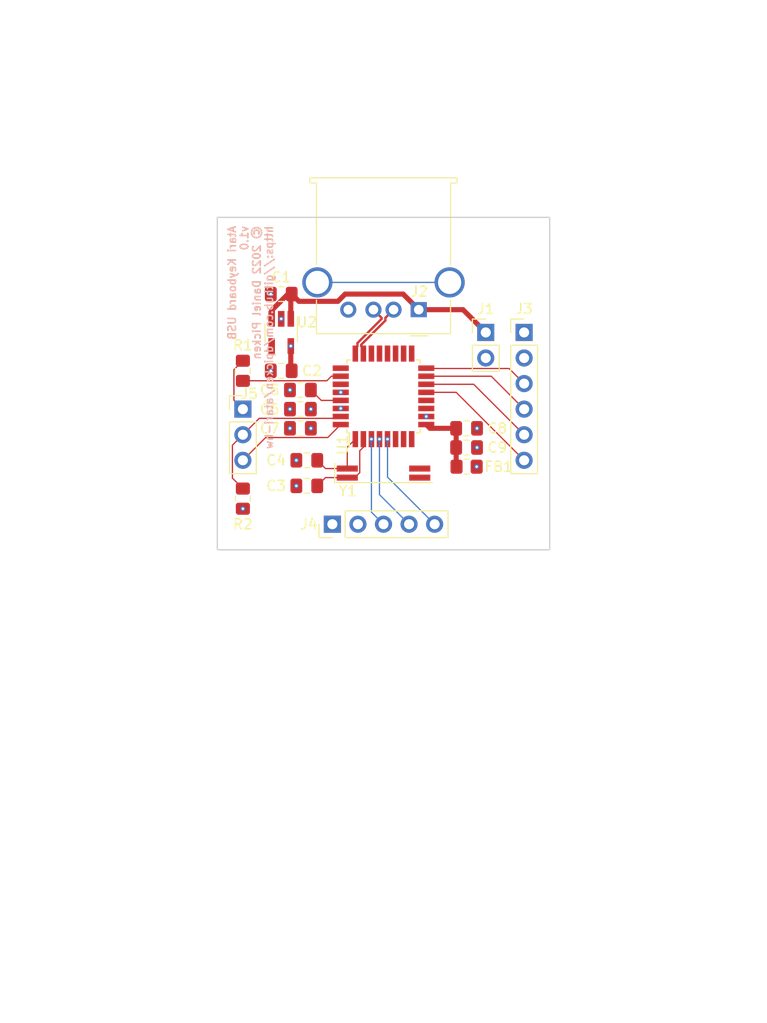
<source format=kicad_pcb>
(kicad_pcb (version 20211014) (generator pcbnew)
  (title_block (title "Atari Keyboard USB") (date "2022-09-15") (rev "1.0"))
  (layers (0 "F.Cu" signal) (1 "In1.Cu" power) (2 "In2.Cu" power) (31 "B.Cu" signal) (34 "B.Paste" user) (35 "F.Paste" user) (36 "B.SilkS" user "B.Silkscreen") (37 "F.SilkS" user "F.Silkscreen") (38 "B.Mask" user) (39 "F.Mask" user) (44 "Edge.Cuts" user))
  (net 0 "")
  (net 1 "+5V")
  (net 2 "GND")
  (net 3 "+3V3")
  (net 4 "unconnected-(J2-Pad5)")
  (net 5 "USB_D-")
  (net 6 "USB_D+")
  (net 7 "{slash}K0_3V3")
  (net 8 "{slash}K5_3V3")
  (net 9 "{slash}KR1_3V3")
  (net 10 "{slash}KR2_3V3")
  (net 11 "{slash}SW_START_3V3")
  (net 12 "{slash}SW_SELECT_3V3")
  (net 13 "{slash}SW_OPTION_3V3")
  (net 29 "XIN32")
  (net 30 "XOUT32")
  (net 31 "Net-(C5-Pad1)")
  (net 32 "SWCLK")
  (net 33 "SWDIO")
  (net 34 "Net-(J5-Pad1)")
  (net 35 "{slash}RESET")
  (net 36 "Net-(C8-Pad1)")
  (footprint "Capacitor_SMD:C_0805_2012Metric_Pad1.18x1.45mm_HandSolder" (layer "F.Cu") (at 131.445 66.04 180)
    (fp_text reference "C6" (at 3.048 0) (layer "F.SilkS"))
    (fp_text value "100nF")
    (fp_line (start -0.261252 0.735) (end 0.261252 0.735) (layer "F.SilkS") (width 0.12))
    (fp_line (start -0.261252 -0.735) (end 0.261252 -0.735) (layer "F.SilkS") (width 0.12))
    (pad "1" smd roundrect locked (at -1.0375 0 180) (size 1.175 1.45) (layers "F.Cu" "F.Paste" "F.Mask") (roundrect_rratio 0.2127659574) (net 3 "+3V3"))
    (pad "2" smd roundrect locked (at 1.0375 0 180) (size 1.175 1.45) (layers "F.Cu" "F.Paste" "F.Mask") (roundrect_rratio 0.2127659574) (net 2 "GND"))
  )
  (footprint "Capacitor_SMD:C_0805_2012Metric_Pad1.18x1.45mm_HandSolder" (layer "F.Cu") (at 131.445 64.135 180)
    (fp_text reference "C5" (at 3.048 0) (layer "F.SilkS"))
    (fp_text value "1uF")
    (fp_line (start -0.261252 0.735) (end 0.261252 0.735) (layer "F.SilkS") (width 0.12))
    (fp_line (start -0.261252 -0.735) (end 0.261252 -0.735) (layer "F.SilkS") (width 0.12))
    (pad "1" smd roundrect locked (at -1.0375 0 180) (size 1.175 1.45) (layers "F.Cu" "F.Paste" "F.Mask") (roundrect_rratio 0.2127659574) (net 31 "Net-(C5-Pad1)"))
    (pad "2" smd roundrect locked (at 1.0375 0 180) (size 1.175 1.45) (layers "F.Cu" "F.Paste" "F.Mask") (roundrect_rratio 0.2127659574) (net 2 "GND"))
  )
  (footprint "Resistor_SMD:R_0805_2012Metric_Pad1.20x1.40mm_HandSolder" (layer "F.Cu") (at 125.73 74.93 -90)
    (fp_text reference "R2" (at 2.54 0 180) (layer "F.SilkS"))
    (fp_text value "1K")
    (fp_line (start -0.227064 -0.735) (end 0.227064 -0.735) (layer "F.SilkS") (width 0.12))
    (fp_line (start -0.227064 0.735) (end 0.227064 0.735) (layer "F.SilkS") (width 0.12))
    (pad "1" smd roundrect locked (at -1 0 270) (size 1.2 1.4) (layers "F.Cu" "F.Paste" "F.Mask") (roundrect_rratio 0.2083333333) (net 32 "SWCLK"))
    (pad "2" smd roundrect locked (at 1 0 270) (size 1.2 1.4) (layers "F.Cu" "F.Paste" "F.Mask") (roundrect_rratio 0.2083333333) (net 3 "+3V3"))
  )
  (footprint "Connector_PinHeader_2.54mm:PinHeader_1x02_P2.54mm_Vertical" (layer "F.Cu") (at 149.86 58.42)
    (fp_text reference "J1" (at 0 -2.33) (layer "F.SilkS"))
    (fp_text value "POWER_IN_5V")
    (fp_line (start -1.33 3.87) (end 1.33 3.87) (layer "F.SilkS") (width 0.12))
    (fp_line (start -1.33 -1.33) (end 0 -1.33) (layer "F.SilkS") (width 0.12))
    (fp_line (start 1.33 1.27) (end 1.33 3.87) (layer "F.SilkS") (width 0.12))
    (fp_line (start -1.33 1.27) (end -1.33 3.87) (layer "F.SilkS") (width 0.12))
    (fp_line (start -1.33 0) (end -1.33 -1.33) (layer "F.SilkS") (width 0.12))
    (fp_line (start -1.33 1.27) (end 1.33 1.27) (layer "F.SilkS") (width 0.12))
    (pad "1" thru_hole rect locked (at 0 0) (size 1.7 1.7) (drill 1) (layers *.Cu *.Mask) (net 1 "+5V"))
    (pad "2" thru_hole oval locked (at 0 2.54) (size 1.7 1.7) (drill 1) (layers *.Cu *.Mask) (net 2 "GND"))
  )
  (footprint "Connector_PinHeader_2.54mm:PinHeader_1x05_P2.54mm_Vertical" (layer "F.Cu") (at 134.62 77.47 90)
    (fp_text reference "J4" (at 0 -2.33 180) (layer "F.SilkS"))
    (fp_text value "GTIA_INTERPOSER")
    (fp_line (start 1.33 1.27) (end 1.33 11.49) (layer "F.SilkS") (width 0.12))
    (fp_line (start -1.33 1.27) (end 1.33 1.27) (layer "F.SilkS") (width 0.12))
    (fp_line (start -1.33 0) (end -1.33 -1.33) (layer "F.SilkS") (width 0.12))
    (fp_line (start -1.33 1.27) (end -1.33 11.49) (layer "F.SilkS") (width 0.12))
    (fp_line (start -1.33 -1.33) (end 0 -1.33) (layer "F.SilkS") (width 0.12))
    (fp_line (start -1.33 11.49) (end 1.33 11.49) (layer "F.SilkS") (width 0.12))
    (pad "1" thru_hole rect locked (at 0 0 90) (size 1.7 1.7) (drill 1) (layers *.Cu *.Mask) (net 3 "+3V3"))
    (pad "2" thru_hole oval locked (at 0 2.54 90) (size 1.7 1.7) (drill 1) (layers *.Cu *.Mask) (net 2 "GND"))
    (pad "3" thru_hole oval locked (at 0 5.08 90) (size 1.7 1.7) (drill 1) (layers *.Cu *.Mask) (net 11 "{slash}SW_START_3V3"))
    (pad "4" thru_hole oval locked (at 0 7.62 90) (size 1.7 1.7) (drill 1) (layers *.Cu *.Mask) (net 12 "{slash}SW_SELECT_3V3"))
    (pad "5" thru_hole oval locked (at 0 10.16 90) (size 1.7 1.7) (drill 1) (layers *.Cu *.Mask) (net 13 "{slash}SW_OPTION_3V3"))
  )
  (footprint "Package_TO_SOT_SMD:SOT-23-5_HandSoldering" (layer "F.Cu") (at 129.54 58.42 -90)
    (fp_text reference "U2" (at -1.016 -2.54 180) (layer "F.SilkS"))
    (fp_text value "LD39015M33R")
    (fp_line (start -0.9 1.61) (end 0.9 1.61) (layer "F.SilkS") (width 0.12))
    (fp_line (start 0.9 -1.61) (end -1.55 -1.61) (layer "F.SilkS") (width 0.12))
    (pad "1" smd rect locked (at -1.35 -0.95 270) (size 1.56 0.65) (layers "F.Cu" "F.Paste" "F.Mask") (net 1 "+5V"))
    (pad "2" smd rect locked (at -1.35 0 270) (size 1.56 0.65) (layers "F.Cu" "F.Paste" "F.Mask") (net 2 "GND"))
    (pad "3" smd rect locked (at -1.35 0.95 270) (size 1.56 0.65) (layers "F.Cu" "F.Paste" "F.Mask") (net 1 "+5V"))
    (pad "4" smd rect locked (at 1.35 0.95 270) (size 1.56 0.65) (layers "F.Cu" "F.Paste" "F.Mask"))
    (pad "5" smd rect locked (at 1.35 -0.95 270) (size 1.56 0.65) (layers "F.Cu" "F.Paste" "F.Mask") (net 3 "+3V3"))
  )
  (footprint "Resistor_SMD:R_0805_2012Metric_Pad1.20x1.40mm_HandSolder" (layer "F.Cu") (at 147.955 71.755)
    (fp_text reference "FB1" (at 3.175 0) (layer "F.SilkS"))
    (fp_text value "BLM18PG471SN1")
    (fp_line (start -0.227064 0.735) (end 0.227064 0.735) (layer "F.SilkS") (width 0.12))
    (fp_line (start -0.227064 -0.735) (end 0.227064 -0.735) (layer "F.SilkS") (width 0.12))
    (pad "1" smd roundrect locked (at -1 0) (size 1.2 1.4) (layers "F.Cu" "F.Paste" "F.Mask") (roundrect_rratio 0.2083333333) (net 36 "Net-(C8-Pad1)"))
    (pad "2" smd roundrect locked (at 1 0) (size 1.2 1.4) (layers "F.Cu" "F.Paste" "F.Mask") (roundrect_rratio 0.2083333333) (net 3 "+3V3"))
  )
  (footprint "Crystal:Crystal_SMD_SeikoEpson_MC146-4Pin_6.7x1.5mm_HandSoldering" (layer "F.Cu") (at 139.7 72.39)
    (fp_text reference "Y1" (at -3.556 1.778) (layer "F.SilkS"))
    (fp_text value "Crystal_GND23")
    (fp_line (start -4.85 0.95) (end 4.85 0.95) (layer "F.SilkS") (width 0.12))
    (fp_line (start -4.85 -0.95) (end -4.85 0.95) (layer "F.SilkS") (width 0.12))
    (pad "1" smd rect locked (at -3.6 0.45) (size 2.1 0.6) (layers "F.Cu" "F.Paste" "F.Mask") (net 30 "XOUT32"))
    (pad "2" smd rect locked (at 3.6 0.45) (size 2.1 0.6) (layers "F.Cu" "F.Paste" "F.Mask"))
    (pad "3" smd rect locked (at 3.6 -0.45) (size 2.1 0.6) (layers "F.Cu" "F.Paste" "F.Mask"))
    (pad "4" smd rect locked (at -3.6 -0.45) (size 2.1 0.6) (layers "F.Cu" "F.Paste" "F.Mask") (net 29 "XIN32"))
  )
  (footprint "Connector_PinHeader_2.54mm:PinHeader_1x06_P2.54mm_Vertical" (layer "F.Cu") (at 153.67 58.42)
    (fp_text reference "J3" (at 0 -2.33) (layer "F.SilkS"))
    (fp_text value "POKEY_INTERPOSER")
    (fp_line (start -1.33 -1.33) (end 0 -1.33) (layer "F.SilkS") (width 0.12))
    (fp_line (start 1.33 1.27) (end 1.33 14.03) (layer "F.SilkS") (width 0.12))
    (fp_line (start -1.33 0) (end -1.33 -1.33) (layer "F.SilkS") (width 0.12))
    (fp_line (start -1.33 14.03) (end 1.33 14.03) (layer "F.SilkS") (width 0.12))
    (fp_line (start -1.33 1.27) (end -1.33 14.03) (layer "F.SilkS") (width 0.12))
    (fp_line (start -1.33 1.27) (end 1.33 1.27) (layer "F.SilkS") (width 0.12))
    (pad "1" thru_hole rect locked (at 0 0) (size 1.7 1.7) (drill 1) (layers *.Cu *.Mask) (net 3 "+3V3"))
    (pad "2" thru_hole oval locked (at 0 2.54) (size 1.7 1.7) (drill 1) (layers *.Cu *.Mask) (net 2 "GND"))
    (pad "3" thru_hole oval locked (at 0 5.08) (size 1.7 1.7) (drill 1) (layers *.Cu *.Mask) (net 7 "{slash}K0_3V3"))
    (pad "4" thru_hole oval locked (at 0 7.62) (size 1.7 1.7) (drill 1) (layers *.Cu *.Mask) (net 8 "{slash}K5_3V3"))
    (pad "5" thru_hole oval locked (at 0 10.16) (size 1.7 1.7) (drill 1) (layers *.Cu *.Mask) (net 9 "{slash}KR1_3V3"))
    (pad "6" thru_hole oval locked (at 0 12.7) (size 1.7 1.7) (drill 1) (layers *.Cu *.Mask) (net 10 "{slash}KR2_3V3"))
  )
  (footprint "Package_QFP:TQFP-32_7x7mm_P0.8mm" (layer "F.Cu") (at 139.7 64.77 90)
    (fp_text reference "U1" (at -4.826 -4.064 90) (layer "F.SilkS"))
    (fp_text value "ATSAMDA1E15B-A")
    (fp_line (start -3.625 -3.625) (end -3.3 -3.625) (layer "F.SilkS") (width 0.15))
    (fp_line (start 3.625 3.625) (end 3.3 3.625) (layer "F.SilkS") (width 0.15))
    (fp_line (start -3.625 3.625) (end -3.3 3.625) (layer "F.SilkS") (width 0.15))
    (fp_line (start -3.625 -3.625) (end -3.625 -3.4) (layer "F.SilkS") (width 0.15))
    (fp_line (start 3.625 -3.625) (end 3.3 -3.625) (layer "F.SilkS") (width 0.15))
    (fp_line (start 3.625 3.625) (end 3.625 3.3) (layer "F.SilkS") (width 0.15))
    (fp_line (start 3.625 -3.625) (end 3.625 -3.3) (layer "F.SilkS") (width 0.15))
    (fp_line (start -3.625 -3.4) (end -5.05 -3.4) (layer "F.SilkS") (width 0.15))
    (fp_line (start -3.625 3.625) (end -3.625 3.3) (layer "F.SilkS") (width 0.15))
    (pad "1" smd rect locked (at -4.25 -2.8 90) (size 1.6 0.55) (layers "F.Cu" "F.Paste" "F.Mask") (net 29 "XIN32"))
    (pad "2" smd rect locked (at -4.25 -2 90) (size 1.6 0.55) (layers "F.Cu" "F.Paste" "F.Mask") (net 30 "XOUT32"))
    (pad "3" smd rect locked (at -4.25 -1.2 90) (size 1.6 0.55) (layers "F.Cu" "F.Paste" "F.Mask") (net 11 "{slash}SW_START_3V3"))
    (pad "4" smd rect locked (at -4.25 -0.4 90) (size 1.6 0.55) (layers "F.Cu" "F.Paste" "F.Mask") (net 12 "{slash}SW_SELECT_3V3"))
    (pad "5" smd rect locked (at -4.25 0.4 90) (size 1.6 0.55) (layers "F.Cu" "F.Paste" "F.Mask") (net 13 "{slash}SW_OPTION_3V3"))
    (pad "6" smd rect locked (at -4.25 1.2 90) (size 1.6 0.55) (layers "F.Cu" "F.Paste" "F.Mask"))
    (pad "7" smd rect locked (at -4.25 2 90) (size 1.6 0.55) (layers "F.Cu" "F.Paste" "F.Mask"))
    (pad "8" smd rect locked (at -4.25 2.8 90) (size 1.6 0.55) (layers "F.Cu" "F.Paste" "F.Mask"))
    (pad "9" smd rect locked (at -2.8 4.25 180) (size 1.6 0.55) (layers "F.Cu" "F.Paste" "F.Mask") (net 36 "Net-(C8-Pad1)"))
    (pad "10" smd rect locked (at -2 4.25 180) (size 1.6 0.55) (layers "F.Cu" "F.Paste" "F.Mask") (net 2 "GND"))
    (pad "11" smd rect locked (at -1.2 4.25 180) (size 1.6 0.55) (layers "F.Cu" "F.Paste" "F.Mask"))
    (pad "12" smd rect locked (at -0.4 4.25 180) (size 1.6 0.55) (layers "F.Cu" "F.Paste" "F.Mask"))
    (pad "13" smd rect locked (at 0.4 4.25 180) (size 1.6 0.55) (layers "F.Cu" "F.Paste" "F.Mask") (net 10 "{slash}KR2_3V3"))
    (pad "14" smd rect locked (at 1.2 4.25 180) (size 1.6 0.55) (layers "F.Cu" "F.Paste" "F.Mask") (net 9 "{slash}KR1_3V3"))
    (pad "15" smd rect locked (at 2 4.25 180) (size 1.6 0.55) (layers "F.Cu" "F.Paste" "F.Mask") (net 8 "{slash}K5_3V3"))
    (pad "16" smd rect locked (at 2.8 4.25 180) (size 1.6 0.55) (layers "F.Cu" "F.Paste" "F.Mask") (net 7 "{slash}K0_3V3"))
    (pad "17" smd rect locked (at 4.25 2.8 90) (size 1.6 0.55) (layers "F.Cu" "F.Paste" "F.Mask"))
    (pad "18" smd rect locked (at 4.25 2 90) (size 1.6 0.55) (layers "F.Cu" "F.Paste" "F.Mask"))
    (pad "19" smd rect locked (at 4.25 1.2 90) (size 1.6 0.55) (layers "F.Cu" "F.Paste" "F.Mask"))
    (pad "20" smd rect locked (at 4.25 0.4 90) (size 1.6 0.55) (layers "F.Cu" "F.Paste" "F.Mask"))
    (pad "21" smd rect locked (at 4.25 -0.4 90) (size 1.6 0.55) (layers "F.Cu" "F.Paste" "F.Mask"))
    (pad "22" smd rect locked (at 4.25 -1.2 90) (size 1.6 0.55) (layers "F.Cu" "F.Paste" "F.Mask"))
    (pad "23" smd rect locked (at 4.25 -2 90) (size 1.6 0.55) (layers "F.Cu" "F.Paste" "F.Mask") (net 5 "USB_D-"))
    (pad "24" smd rect locked (at 4.25 -2.8 90) (size 1.6 0.55) (layers "F.Cu" "F.Paste" "F.Mask") (net 6 "USB_D+"))
    (pad "25" smd rect locked (at 2.8 -4.25 180) (size 1.6 0.55) (layers "F.Cu" "F.Paste" "F.Mask"))
    (pad "26" smd rect locked (at 2 -4.25 180) (size 1.6 0.55) (layers "F.Cu" "F.Paste" "F.Mask") (net 35 "{slash}RESET"))
    (pad "27" smd rect locked (at 1.2 -4.25 180) (size 1.6 0.55) (layers "F.Cu" "F.Paste" "F.Mask"))
    (pad "28" smd rect locked (at 0.4 -4.25 180) (size 1.6 0.55) (layers "F.Cu" "F.Paste" "F.Mask") (net 2 "GND"))
    (pad "29" smd rect locked (at -0.4 -4.25 180) (size 1.6 0.55) (layers "F.Cu" "F.Paste" "F.Mask") (net 31 "Net-(C5-Pad1)"))
    (pad "30" smd rect locked (at -1.2 -4.25 180) (size 1.6 0.55) (layers "F.Cu" "F.Paste" "F.Mask") (net 3 "+3V3"))
    (pad "31" smd rect locked (at -2 -4.25 180) (size 1.6 0.55) (layers "F.Cu" "F.Paste" "F.Mask") (net 32 "SWCLK"))
    (pad "32" smd rect locked (at -2.8 -4.25 180) (size 1.6 0.55) (layers "F.Cu" "F.Paste" "F.Mask") (net 33 "SWDIO"))
  )
  (footprint "Capacitor_SMD:C_0805_2012Metric_Pad1.18x1.45mm_HandSolder" (layer "F.Cu") (at 129.54 54.61 180)
    (fp_text reference "C1" (at 0 1.68) (layer "F.SilkS"))
    (fp_text value "1uF")
    (fp_line (start -0.261252 -0.735) (end 0.261252 -0.735) (layer "F.SilkS") (width 0.12))
    (fp_line (start -0.261252 0.735) (end 0.261252 0.735) (layer "F.SilkS") (width 0.12))
    (pad "1" smd roundrect locked (at -1.0375 0 180) (size 1.175 1.45) (layers "F.Cu" "F.Paste" "F.Mask") (roundrect_rratio 0.2127659574) (net 1 "+5V"))
    (pad "2" smd roundrect locked (at 1.0375 0 180) (size 1.175 1.45) (layers "F.Cu" "F.Paste" "F.Mask") (roundrect_rratio 0.2127659574) (net 2 "GND"))
  )
  (footprint "Connector_PinHeader_2.54mm:PinHeader_1x03_P2.54mm_Vertical" (layer "F.Cu") (at 125.73 66.04)
    (fp_text reference "J5" (at 0.635 -1.524) (layer "F.SilkS"))
    (fp_text value "DEBUG")
    (fp_line (start -1.33 0) (end -1.33 -1.33) (layer "F.SilkS") (width 0.12))
    (fp_line (start -1.33 -1.33) (end 0 -1.33) (layer "F.SilkS") (width 0.12))
    (fp_line (start -1.33 1.27) (end -1.33 6.41) (layer "F.SilkS") (width 0.12))
    (fp_line (start 1.33 1.27) (end 1.33 6.41) (layer "F.SilkS") (width 0.12))
    (fp_line (start -1.33 6.41) (end 1.33 6.41) (layer "F.SilkS") (width 0.12))
    (fp_line (start -1.33 1.27) (end 1.33 1.27) (layer "F.SilkS") (width 0.12))
    (pad "1" thru_hole rect locked (at 0 0) (size 1.7 1.7) (drill 1) (layers *.Cu *.Mask) (net 34 "Net-(J5-Pad1)"))
    (pad "2" thru_hole oval locked (at 0 2.54) (size 1.7 1.7) (drill 1) (layers *.Cu *.Mask) (net 32 "SWCLK"))
    (pad "3" thru_hole oval locked (at 0 5.08) (size 1.7 1.7) (drill 1) (layers *.Cu *.Mask) (net 33 "SWDIO"))
  )
  (footprint "Capacitor_SMD:C_0805_2012Metric_Pad1.18x1.45mm_HandSolder" (layer "F.Cu") (at 132.08 71.12)
    (fp_text reference "C4" (at -3.048 0) (layer "F.SilkS"))
    (fp_text value "6.8pF")
    (fp_line (start -0.261252 0.735) (end 0.261252 0.735) (layer "F.SilkS") (width 0.12))
    (fp_line (start -0.261252 -0.735) (end 0.261252 -0.735) (layer "F.SilkS") (width 0.12))
    (pad "1" smd roundrect locked (at -1.0375 0) (size 1.175 1.45) (layers "F.Cu" "F.Paste" "F.Mask") (roundrect_rratio 0.2127659574) (net 2 "GND"))
    (pad "2" smd roundrect locked (at 1.0375 0) (size 1.175 1.45) (layers "F.Cu" "F.Paste" "F.Mask") (roundrect_rratio 0.2127659574) (net 29 "XIN32"))
  )
  (footprint "Capacitor_SMD:C_0805_2012Metric_Pad1.18x1.45mm_HandSolder" (layer "F.Cu") (at 131.445 67.945 180)
    (fp_text reference "C7" (at 3.048 0) (layer "F.SilkS"))
    (fp_text value "10uF")
    (fp_line (start -0.261252 -0.735) (end 0.261252 -0.735) (layer "F.SilkS") (width 0.12))
    (fp_line (start -0.261252 0.735) (end 0.261252 0.735) (layer "F.SilkS") (width 0.12))
    (pad "1" smd roundrect locked (at -1.0375 0 180) (size 1.175 1.45) (layers "F.Cu" "F.Paste" "F.Mask") (roundrect_rratio 0.2127659574) (net 3 "+3V3"))
    (pad "2" smd roundrect locked (at 1.0375 0 180) (size 1.175 1.45) (layers "F.Cu" "F.Paste" "F.Mask") (roundrect_rratio 0.2127659574) (net 2 "GND"))
  )
  (footprint "Capacitor_SMD:C_0805_2012Metric_Pad1.18x1.45mm_HandSolder" (layer "F.Cu") (at 129.54 62.23 180)
    (fp_text reference "C2" (at -3.048 0) (layer "F.SilkS"))
    (fp_text value "1uF")
    (fp_line (start -0.261252 0.735) (end 0.261252 0.735) (layer "F.SilkS") (width 0.12))
    (fp_line (start -0.261252 -0.735) (end 0.261252 -0.735) (layer "F.SilkS") (width 0.12))
    (pad "1" smd roundrect locked (at -1.0375 0 180) (size 1.175 1.45) (layers "F.Cu" "F.Paste" "F.Mask") (roundrect_rratio 0.2127659574) (net 3 "+3V3"))
    (pad "2" smd roundrect locked (at 1.0375 0 180) (size 1.175 1.45) (layers "F.Cu" "F.Paste" "F.Mask") (roundrect_rratio 0.2127659574) (net 2 "GND"))
  )
  (footprint "Capacitor_SMD:C_0805_2012Metric_Pad1.18x1.45mm_HandSolder" (layer "F.Cu") (at 147.955 67.945)
    (fp_text reference "C8" (at 3.048 0) (layer "F.SilkS"))
    (fp_text value "100nF")
    (fp_line (start -0.261252 0.735) (end 0.261252 0.735) (layer "F.SilkS") (width 0.12))
    (fp_line (start -0.261252 -0.735) (end 0.261252 -0.735) (layer "F.SilkS") (width 0.12))
    (pad "1" smd roundrect locked (at -1.0375 0) (size 1.175 1.45) (layers "F.Cu" "F.Paste" "F.Mask") (roundrect_rratio 0.2127659574) (net 36 "Net-(C8-Pad1)"))
    (pad "2" smd roundrect locked (at 1.0375 0) (size 1.175 1.45) (layers "F.Cu" "F.Paste" "F.Mask") (roundrect_rratio 0.2127659574) (net 2 "GND"))
  )
  (footprint "Capacitor_SMD:C_0805_2012Metric_Pad1.18x1.45mm_HandSolder" (layer "F.Cu") (at 147.955 69.85)
    (fp_text reference "C9" (at 3.048 0) (layer "F.SilkS"))
    (fp_text value "10uF")
    (fp_line (start -0.261252 -0.735) (end 0.261252 -0.735) (layer "F.SilkS") (width 0.12))
    (fp_line (start -0.261252 0.735) (end 0.261252 0.735) (layer "F.SilkS") (width 0.12))
    (pad "1" smd roundrect locked (at -1.0375 0) (size 1.175 1.45) (layers "F.Cu" "F.Paste" "F.Mask") (roundrect_rratio 0.2127659574) (net 36 "Net-(C8-Pad1)"))
    (pad "2" smd roundrect locked (at 1.0375 0) (size 1.175 1.45) (layers "F.Cu" "F.Paste" "F.Mask") (roundrect_rratio 0.2127659574) (net 2 "GND"))
  )
  (footprint "Resistor_SMD:R_0805_2012Metric_Pad1.20x1.40mm_HandSolder" (layer "F.Cu") (at 125.73 62.23 -90)
    (fp_text reference "R1" (at -2.54 0 180) (layer "F.SilkS"))
    (fp_text value "39R")
    (fp_line (start -0.227064 0.735) (end 0.227064 0.735) (layer "F.SilkS") (width 0.12))
    (fp_line (start -0.227064 -0.735) (end 0.227064 -0.735) (layer "F.SilkS") (width 0.12))
    (pad "1" smd roundrect locked (at -1 0 270) (size 1.2 1.4) (layers "F.Cu" "F.Paste" "F.Mask") (roundrect_rratio 0.2083333333) (net 34 "Net-(J5-Pad1)"))
    (pad "2" smd roundrect locked (at 1 0 270) (size 1.2 1.4) (layers "F.Cu" "F.Paste" "F.Mask") (roundrect_rratio 0.2083333333) (net 35 "{slash}RESET"))
  )
  (footprint "Connector_USB:USB_A_Molex_67643_Horizontal" (layer "F.Cu") (at 143.2 56.16 180)
    (fp_text reference "J2" (at -0.056 1.804) (layer "F.SilkS"))
    (fp_text value "USB_A")
    (fp_line (start -3.16 12.58) (end -3.16 4.47) (layer "F.SilkS") (width 0.12))
    (fp_line (start 10.81 12.58) (end 10.16 12.58) (layer "F.SilkS") (width 0.12))
    (fp_line (start 10.16 -2.38) (end 10.16 0.95) (layer "F.SilkS") (width 0.12))
    (fp_line (start -3.16 -2.38) (end -3.16 0.95) (layer "F.SilkS") (width 0.12))
    (fp_line (start -3.16 -2.38) (end 10.16 -2.38) (layer "F.SilkS") (width 0.12))
    (fp_line (start 10.16 4.47) (end 10.16 12.58) (layer "F.SilkS") (width 0.12))
    (fp_line (start 10.81 13.1) (end 10.81 12.58) (layer "F.SilkS") (width 0.12))
    (fp_line (start -3.81 13.1) (end 10.81 13.1) (layer "F.SilkS") (width 0.12))
    (fp_line (start -0.9 -2.6) (end 0.9 -2.6) (layer "F.SilkS") (width 0.12))
    (fp_line (start -3.16 12.58) (end -3.81 12.58) (layer "F.SilkS") (width 0.12))
    (fp_line (start -3.81 12.58) (end -3.81 13.1) (layer "F.SilkS") (width 0.12))
    (pad "1" thru_hole rect locked (at 0 0 180) (size 1.6 1.5) (drill 0.95) (layers *.Cu *.Mask) (net 1 "+5V"))
    (pad "2" thru_hole circle locked (at 2.5 0 180) (size 1.6 1.6) (drill 0.95) (layers *.Cu *.Mask) (net 5 "USB_D-"))
    (pad "3" thru_hole circle locked (at 4.5 0 180) (size 1.6 1.6) (drill 0.95) (layers *.Cu *.Mask) (net 6 "USB_D+"))
    (pad "4" thru_hole circle locked (at 7 0 180) (size 1.6 1.6) (drill 0.95) (layers *.Cu *.Mask) (net 2 "GND"))
    (pad "5" thru_hole circle locked (at -3.07 2.71 180) (size 3 3) (drill 2.3) (layers *.Cu *.Mask) (net 4 "unconnected-(J2-Pad5)"))
    (pad "5" thru_hole circle locked (at 10.07 2.71 180) (size 3 3) (drill 2.3) (layers *.Cu *.Mask) (net 4 "unconnected-(J2-Pad5)"))
  )
  (footprint "Capacitor_SMD:C_0805_2012Metric_Pad1.18x1.45mm_HandSolder" (layer "F.Cu") (at 132.08 73.66 180)
    (fp_text reference "C3" (at 3.048 0) (layer "F.SilkS"))
    (fp_text value "6.8pF")
    (fp_line (start -0.261252 0.735) (end 0.261252 0.735) (layer "F.SilkS") (width 0.12))
    (fp_line (start -0.261252 -0.735) (end 0.261252 -0.735) (layer "F.SilkS") (width 0.12))
    (pad "1" smd roundrect locked (at -1.0375 0 180) (size 1.175 1.45) (layers "F.Cu" "F.Paste" "F.Mask") (roundrect_rratio 0.2127659574) (net 30 "XOUT32"))
    (pad "2" smd roundrect locked (at 1.0375 0 180) (size 1.175 1.45) (layers "F.Cu" "F.Paste" "F.Mask") (roundrect_rratio 0.2127659574) (net 2 "GND"))
  )
  (gr_rect (start 123.19 46.99) (end 156.21 80.01) (layer "Edge.Cuts") (width 0.127) (fill none))
  (gr_text "Atari Keyboard USB\nv1.0\n© 2022 Daniel Picken\nhttps://github.com/dpicken/atari-hw" (at 126.492 47.752 -270) (layer "B.SilkS") (effects (font (size 0.762 0.762) (thickness 0.1524)) (justify left mirror)))
  (segment (start 130.5775 54.61) (end 130.206689 54.61) (width 0.508) (layer "F.Cu") (net 1))
  (segment (start 130.206689 54.61) (end 128.59 56.226689) (width 0.508) (layer "F.Cu") (net 1))
  (segment (start 130.49 54.6975) (end 130.5775 54.61) (width 0.508) (layer "F.Cu") (net 1))
  (segment (start 147.6 56.16) (end 149.86 58.42) (width 0.508) (layer "F.Cu") (net 1))
  (segment (start 130.49 57.07) (end 130.49 54.6975) (width 0.508) (layer "F.Cu") (net 1))
  (segment (start 141.65 54.61) (end 143.2 56.16) (width 0.508) (layer "F.Cu") (net 1))
  (segment (start 130.5775 54.61) (end 131.298011 55.330511) (width 0.508) (layer "F.Cu") (net 1))
  (segment (start 135.169489 55.330511) (end 135.89 54.61) (width 0.508) (layer "F.Cu") (net 1))
  (segment (start 135.89 54.61) (end 141.65 54.61) (width 0.508) (layer "F.Cu") (net 1))
  (segment (start 143.2 56.16) (end 147.6 56.16) (width 0.508) (layer "F.Cu") (net 1))
  (segment (start 128.59 56.226689) (end 128.59 57.07) (width 0.508) (layer "F.Cu") (net 1))
  (segment (start 131.298011 55.330511) (end 135.169489 55.330511) (width 0.508) (layer "F.Cu") (net 1))
  (via (at 130.4075 66.04) (size 0.508) (drill 0.254) (layers "F.Cu" "B.Cu") (net 2))
  (via (at 128.5025 62.23) (size 0.508) (drill 0.254) (layers "F.Cu" "B.Cu") (net 2))
  (via (at 148.9925 67.945) (size 0.508) (drill 0.254) (layers "F.Cu" "B.Cu") (net 2))
  (via (at 128.5025 54.61) (size 0.508) (drill 0.254) (layers "F.Cu" "B.Cu") (net 2))
  (via (at 130.4075 64.135) (size 0.508) (drill 0.254) (layers "F.Cu" "B.Cu") (net 2))
  (via (at 131.0425 71.12) (size 0.508) (drill 0.254) (layers "F.Cu" "B.Cu") (net 2))
  (via (at 143.95 66.77) (size 0.508) (drill 0.254) (layers "F.Cu" "B.Cu") (net 2))
  (via (at 135.45 64.37) (size 0.508) (drill 0.254) (layers "F.Cu" "B.Cu") (net 2))
  (via (at 148.9925 69.85) (size 0.508) (drill 0.254) (layers "F.Cu" "B.Cu") (net 2))
  (via (at 131.0425 73.66) (size 0.508) (drill 0.254) (layers "F.Cu" "B.Cu") (net 2))
  (via (at 130.4075 67.945) (size 0.508) (drill 0.254) (layers "F.Cu" "B.Cu") (net 2))
  (via (at 129.54 57.07) (size 0.508) (drill 0.254) (layers "F.Cu" "B.Cu") (net 2))
  (segment (start 130.49 59.77) (end 130.49 62.1425) (width 0.508) (layer "F.Cu") (net 3))
  (segment (start 130.49 62.1425) (end 130.5775 62.23) (width 0.508) (layer "F.Cu") (net 3))
  (via (at 130.49 59.77) (size 0.508) (drill 0.254) (layers "F.Cu" "B.Cu") (net 3))
  (via (at 132.4825 66.04) (size 0.508) (drill 0.254) (layers "F.Cu" "B.Cu") (net 3))
  (via (at 132.4825 67.945) (size 0.508) (drill 0.254) (layers "F.Cu" "B.Cu") (net 3))
  (via (at 148.955 71.755) (size 0.508) (drill 0.254) (layers "F.Cu" "B.Cu") (net 3))
  (via (at 125.73 75.93) (size 0.508) (drill 0.254) (layers "F.Cu" "B.Cu") (net 3))
  (via (at 135.45 65.97) (size 0.508) (drill 0.254) (layers "F.Cu" "B.Cu") (net 3))
  (segment (start 133.13 53.45) (end 146.27 53.45) (width 0.127) (layer "B.Cu") (net 4))
  (segment (start 139.8905 57.234006) (end 139.8905 56.9695) (width 0.2286) (layer "F.Cu") (net 5))
  (segment (start 137.4905 59.7855) (end 137.4905 59.634006) (width 0.2286) (layer "F.Cu") (net 5))
  (segment (start 137.7 59.995) (end 137.4905 59.7855) (width 0.2286) (layer "F.Cu") (net 5))
  (segment (start 139.8905 56.9695) (end 140.7 56.16) (width 0.2286) (layer "F.Cu") (net 5))
  (segment (start 137.4905 59.634006) (end 139.8905 57.234006) (width 0.2286) (layer "F.Cu") (net 5))
  (segment (start 137.7 60.52) (end 137.7 59.995) (width 0.2286) (layer "F.Cu") (net 5))
  (segment (start 137.1095 59.7855) (end 137.1095 59.47619) (width 0.2286) (layer "F.Cu") (net 6))
  (segment (start 139.5095 57.07619) (end 139.5095 56.9695) (width 0.2286) (layer "F.Cu") (net 6))
  (segment (start 137.1095 59.47619) (end 139.5095 57.07619) (width 0.2286) (layer "F.Cu") (net 6))
  (segment (start 136.9 59.995) (end 137.1095 59.7855) (width 0.2286) (layer "F.Cu") (net 6))
  (segment (start 136.9 60.52) (end 136.9 59.995) (width 0.2286) (layer "F.Cu") (net 6))
  (segment (start 139.5095 56.9695) (end 138.7 56.16) (width 0.2286) (layer "F.Cu") (net 6))
  (segment (start 143.980011 62.000011) (end 152.170011 62.000011) (width 0.127) (layer "F.Cu") (net 7))
  (segment (start 152.170011 62.000011) (end 153.67 63.5) (width 0.127) (layer "F.Cu") (net 7))
  (segment (start 143.95 61.97) (end 143.980011 62.000011) (width 0.127) (layer "F.Cu") (net 7))
  (segment (start 143.95 62.77) (end 150.4 62.77) (width 0.127) (layer "F.Cu") (net 8))
  (segment (start 150.4 62.77) (end 153.67 66.04) (width 0.127) (layer "F.Cu") (net 8))
  (segment (start 143.95 63.57) (end 148.66 63.57) (width 0.127) (layer "F.Cu") (net 9))
  (segment (start 148.66 63.57) (end 153.67 68.58) (width 0.127) (layer "F.Cu") (net 9))
  (segment (start 146.92 64.37) (end 153.67 71.12) (width 0.127) (layer "F.Cu") (net 10))
  (segment (start 143.95 64.37) (end 146.92 64.37) (width 0.127) (layer "F.Cu") (net 10))
  (via (at 138.5 69.02) (size 0.508) (drill 0.254) (layers "F.Cu" "B.Cu") (net 11))
  (segment (start 138.5 76.27) (end 139.7 77.47) (width 0.127) (layer "B.Cu") (net 11))
  (segment (start 138.5 69.02) (end 138.5 76.27) (width 0.127) (layer "B.Cu") (net 11))
  (via (at 139.3 69.02) (size 0.508) (drill 0.254) (layers "F.Cu" "B.Cu") (net 12))
  (segment (start 139.3 69.02) (end 139.3 74.53) (width 0.127) (layer "B.Cu") (net 12))
  (segment (start 139.3 74.53) (end 142.24 77.47) (width 0.127) (layer "B.Cu") (net 12))
  (via (at 140.1 69.02) (size 0.508) (drill 0.254) (layers "F.Cu" "B.Cu") (net 13))
  (segment (start 140.1 72.79) (end 144.78 77.47) (width 0.127) (layer "B.Cu") (net 13))
  (segment (start 140.1 69.02) (end 140.1 72.79) (width 0.127) (layer "B.Cu") (net 13))
  (segment (start 133.9375 71.94) (end 136.1 71.94) (width 0.127) (layer "F.Cu") (net 29))
  (segment (start 136.1 71.94) (end 136.1 69.82) (width 0.127) (layer "F.Cu") (net 29))
  (segment (start 136.1 69.82) (end 136.9 69.02) (width 0.127) (layer "F.Cu") (net 29))
  (segment (start 133.1175 71.12) (end 133.9375 71.94) (width 0.127) (layer "F.Cu") (net 29))
  (segment (start 133.1175 73.66) (end 133.9375 72.84) (width 0.127) (layer "F.Cu") (net 30))
  (segment (start 137.7 69.818) (end 137.7 69.02) (width 0.127) (layer "F.Cu") (net 30))
  (segment (start 136.85 72.84) (end 137.340011 72.349989) (width 0.127) (layer "F.Cu") (net 30))
  (segment (start 137.340011 72.349989) (end 137.340011 70.177989) (width 0.127) (layer "F.Cu") (net 30))
  (segment (start 137.340011 70.177989) (end 137.7 69.818) (width 0.127) (layer "F.Cu") (net 30))
  (segment (start 136.1 72.84) (end 136.85 72.84) (width 0.127) (layer "F.Cu") (net 30))
  (segment (start 133.9375 72.84) (end 136.1 72.84) (width 0.127) (layer "F.Cu") (net 30))
  (segment (start 132.4825 64.135) (end 133.5175 65.17) (width 0.127) (layer "F.Cu") (net 31))
  (segment (start 133.5175 65.17) (end 135.45 65.17) (width 0.127) (layer "F.Cu") (net 31))
  (segment (start 124.689989 69.620011) (end 124.689989 72.889989) (width 0.127) (layer "F.Cu") (net 32))
  (segment (start 125.73 68.58) (end 124.689989 69.620011) (width 0.127) (layer "F.Cu") (net 32))
  (segment (start 124.689989 72.889989) (end 125.73 73.93) (width 0.127) (layer "F.Cu") (net 32))
  (segment (start 127.35498 66.95502) (end 135.26498 66.95502) (width 0.127) (layer "F.Cu") (net 32))
  (segment (start 125.73 68.58) (end 127.35498 66.95502) (width 0.127) (layer "F.Cu") (net 32))
  (segment (start 135.26498 66.95502) (end 135.45 66.77) (width 0.127) (layer "F.Cu") (net 32))
  (segment (start 125.73 71.12) (end 127.98998 68.86002) (width 0.127) (layer "F.Cu") (net 33))
  (segment (start 134.15998 68.86002) (end 135.45 67.57) (width 0.127) (layer "F.Cu") (net 33))
  (segment (start 127.98998 68.86002) (end 134.15998 68.86002) (width 0.127) (layer "F.Cu") (net 33))
  (segment (start 124.83998 62.12002) (end 125.73 61.23) (width 0.127) (layer "F.Cu") (net 34))
  (segment (start 124.83998 65.14998) (end 124.83998 62.12002) (width 0.127) (layer "F.Cu") (net 34))
  (segment (start 125.73 66.04) (end 124.83998 65.14998) (width 0.127) (layer "F.Cu") (net 34))
  (segment (start 134.07302 63.21998) (end 134.523 62.77) (width 0.127) (layer "F.Cu") (net 35))
  (segment (start 125.74002 63.21998) (end 134.07302 63.21998) (width 0.127) (layer "F.Cu") (net 35))
  (segment (start 134.523 62.77) (end 135.45 62.77) (width 0.127) (layer "F.Cu") (net 35))
  (segment (start 125.73 63.23) (end 125.74002 63.21998) (width 0.127) (layer "F.Cu") (net 35))
  (segment (start 146.9175 67.945) (end 144.325 67.945) (width 0.508) (layer "F.Cu") (net 36))
  (segment (start 146.9175 67.945) (end 146.9175 69.85) (width 0.508) (layer "F.Cu") (net 36))
  (segment (start 146.9175 69.85) (end 146.9175 71.7175) (width 0.508) (layer "F.Cu") (net 36))
  (segment (start 146.9175 71.7175) (end 146.955 71.755) (width 0.508) (layer "F.Cu") (net 36))
  (segment (start 144.325 67.945) (end 143.95 67.57) (width 0.508) (layer "F.Cu") (net 36))
)
</source>
